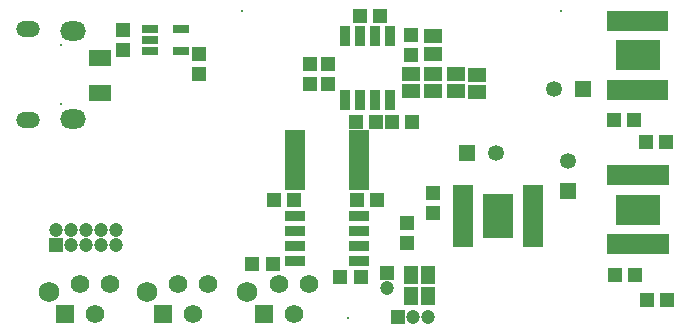
<source format=gbs>
G04*
G04 #@! TF.GenerationSoftware,Altium Limited,Altium Designer,18.1.9 (240)*
G04*
G04 Layer_Color=16711935*
%FSLAX44Y44*%
%MOMM*%
G71*
G01*
G75*
%ADD33R,1.2000X1.3000*%
%ADD39R,1.3000X1.6000*%
%ADD40R,1.3000X1.2000*%
%ADD49C,0.2000*%
%ADD50R,1.5580X1.5580*%
%ADD51C,1.5580*%
%ADD52C,1.7500*%
%ADD53R,1.3500X1.3500*%
%ADD54C,1.3500*%
%ADD55R,1.3500X1.3500*%
%ADD56O,2.2000X1.6500*%
%ADD57O,2.0000X1.3500*%
%ADD58C,1.2000*%
%ADD59R,1.2000X1.2000*%
%ADD60R,1.2000X1.2000*%
%ADD90R,1.6000X1.3000*%
%ADD91R,0.8500X1.7250*%
%ADD92R,1.7250X0.8500*%
%ADD93R,1.7280X0.6350*%
%ADD94R,2.6600X3.7500*%
%ADD95R,1.6750X0.6500*%
%ADD96R,3.7500X2.6600*%
%ADD97R,0.6500X1.6750*%
%ADD98R,1.4200X0.8000*%
%ADD99R,1.9500X1.3400*%
D33*
X327000Y186350D02*
D03*
X344000D02*
D03*
X317300Y276350D02*
D03*
X300300D02*
D03*
X296500Y186350D02*
D03*
X313500D02*
D03*
X209000Y66000D02*
D03*
X226000D02*
D03*
X283500Y55500D02*
D03*
X300500D02*
D03*
X314500Y120500D02*
D03*
X297500D02*
D03*
X244000Y120000D02*
D03*
X227000D02*
D03*
X559750Y35500D02*
D03*
X542750D02*
D03*
X532650Y56907D02*
D03*
X515650D02*
D03*
X559500Y169750D02*
D03*
X542500D02*
D03*
X532400Y187750D02*
D03*
X515400D02*
D03*
D39*
X343000Y39000D02*
D03*
X358000D02*
D03*
Y57000D02*
D03*
X343000D02*
D03*
D40*
X343000Y243350D02*
D03*
Y260350D02*
D03*
X273000Y218350D02*
D03*
Y235350D02*
D03*
X258000Y218350D02*
D03*
Y235350D02*
D03*
X340000Y83500D02*
D03*
Y100500D02*
D03*
X362000Y109600D02*
D03*
Y126600D02*
D03*
X164000Y227000D02*
D03*
Y244000D02*
D03*
X99000Y264500D02*
D03*
Y247500D02*
D03*
D49*
X290000Y20000D02*
D03*
X470000Y280000D02*
D03*
X200000D02*
D03*
X46650Y251440D02*
D03*
Y201440D02*
D03*
D50*
X218600Y24000D02*
D03*
X133600D02*
D03*
X50300D02*
D03*
D51*
X231300Y49400D02*
D03*
X244000Y24000D02*
D03*
X256700Y49400D02*
D03*
X146300D02*
D03*
X159000Y24000D02*
D03*
X171700Y49400D02*
D03*
X63000D02*
D03*
X75700Y24000D02*
D03*
X88400Y49400D02*
D03*
D52*
X204600Y42000D02*
D03*
X119600D02*
D03*
X36300D02*
D03*
D53*
X390250Y160000D02*
D03*
X489000Y214000D02*
D03*
D54*
X415250Y160000D02*
D03*
X476000Y153000D02*
D03*
X464000Y214000D02*
D03*
D55*
X476000Y128000D02*
D03*
D56*
X57150Y263690D02*
D03*
Y189190D02*
D03*
D57*
X19150Y265190D02*
D03*
Y187690D02*
D03*
D58*
X357450Y21250D02*
D03*
X344750D02*
D03*
X322750Y45750D02*
D03*
X93650Y95200D02*
D03*
Y82500D02*
D03*
X80950Y95200D02*
D03*
Y82500D02*
D03*
X68250Y95200D02*
D03*
Y82500D02*
D03*
X55550Y95200D02*
D03*
Y82500D02*
D03*
X42850Y95200D02*
D03*
D59*
X332050Y21250D02*
D03*
X42850Y82500D02*
D03*
D60*
X322750Y58450D02*
D03*
D90*
X381000Y227350D02*
D03*
Y212350D02*
D03*
X399000Y226500D02*
D03*
Y211500D02*
D03*
X343000Y227350D02*
D03*
Y212350D02*
D03*
X362000Y227350D02*
D03*
Y212350D02*
D03*
Y244350D02*
D03*
Y259350D02*
D03*
D91*
X325700Y205110D02*
D03*
X313000D02*
D03*
X300300D02*
D03*
X287600D02*
D03*
Y259350D02*
D03*
X300300D02*
D03*
X313000D02*
D03*
X325700D02*
D03*
D92*
X244880Y68950D02*
D03*
Y81650D02*
D03*
Y94350D02*
D03*
Y107050D02*
D03*
X299120D02*
D03*
Y94350D02*
D03*
Y81650D02*
D03*
Y68950D02*
D03*
D93*
X299110Y131780D02*
D03*
Y138120D02*
D03*
Y144480D02*
D03*
Y150820D02*
D03*
Y157180D02*
D03*
Y163520D02*
D03*
Y169880D02*
D03*
Y176220D02*
D03*
X244890D02*
D03*
Y169880D02*
D03*
Y163520D02*
D03*
Y157180D02*
D03*
Y150820D02*
D03*
Y144480D02*
D03*
Y138120D02*
D03*
Y131780D02*
D03*
D94*
X416820Y107000D02*
D03*
D95*
X387440Y129750D02*
D03*
Y123250D02*
D03*
Y116750D02*
D03*
Y110250D02*
D03*
Y103750D02*
D03*
Y97250D02*
D03*
Y90750D02*
D03*
Y84250D02*
D03*
X446200D02*
D03*
Y90750D02*
D03*
Y97250D02*
D03*
Y103750D02*
D03*
Y110250D02*
D03*
Y116750D02*
D03*
Y123250D02*
D03*
Y129750D02*
D03*
D96*
X535250Y112120D02*
D03*
X535000Y242750D02*
D03*
D97*
X512500Y82740D02*
D03*
X519000D02*
D03*
X525500D02*
D03*
X532000D02*
D03*
X538500D02*
D03*
X545000D02*
D03*
X551500D02*
D03*
X558000D02*
D03*
Y141500D02*
D03*
X551500D02*
D03*
X545000D02*
D03*
X538500D02*
D03*
X532000D02*
D03*
X525500D02*
D03*
X519000D02*
D03*
X512500D02*
D03*
X512250Y213370D02*
D03*
X518750D02*
D03*
X525250D02*
D03*
X531750D02*
D03*
X538250D02*
D03*
X544750D02*
D03*
X551250D02*
D03*
X557750D02*
D03*
Y272130D02*
D03*
X551250D02*
D03*
X544750D02*
D03*
X538250D02*
D03*
X531750D02*
D03*
X525250D02*
D03*
X518750D02*
D03*
X512250D02*
D03*
D98*
X122000Y246140D02*
D03*
Y255640D02*
D03*
Y265140D02*
D03*
X148200D02*
D03*
Y246140D02*
D03*
D99*
X79500Y240550D02*
D03*
Y210950D02*
D03*
M02*

</source>
